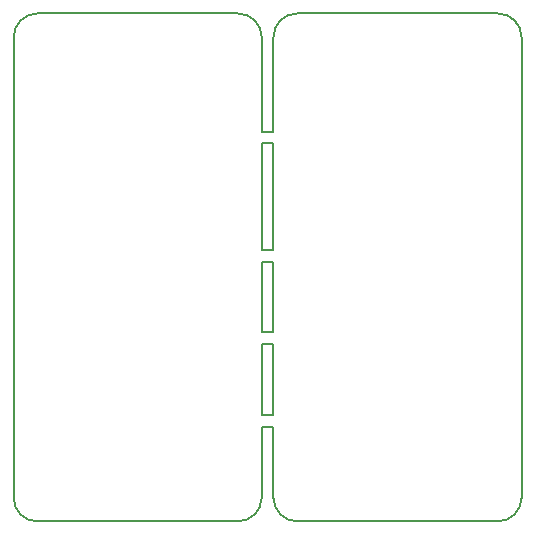
<source format=gbr>
G04 #@! TF.FileFunction,Profile,NP*
%FSLAX46Y46*%
G04 Gerber Fmt 4.6, Leading zero omitted, Abs format (unit mm)*
G04 Created by KiCad (PCBNEW 4.0.2-4+6225~38~ubuntu15.10.1-stable) date Sun 03 Apr 2016 18:07:33 BST*
%MOMM*%
G01*
G04 APERTURE LIST*
%ADD10C,0.150000*%
G04 APERTURE END LIST*
D10*
X76218000Y-86090000D02*
X75218000Y-86090000D01*
X76218000Y-77090000D02*
X76218000Y-86090000D01*
X75218000Y-77090000D02*
X76218000Y-77090000D01*
X75218000Y-86090000D02*
X75218000Y-77090000D01*
X75218000Y-87090000D02*
X75218000Y-93090000D01*
X76218000Y-87090000D02*
X75218000Y-87090000D01*
X76218000Y-93090000D02*
X76218000Y-87090000D01*
X75218000Y-93090000D02*
X76218000Y-93090000D01*
X76218000Y-100090000D02*
X75218000Y-100090000D01*
X76218000Y-94090000D02*
X76218000Y-100090000D01*
X75218000Y-94090000D02*
X76218000Y-94090000D01*
X75218000Y-100090000D02*
X75218000Y-94090000D01*
X76218000Y-101090000D02*
X76218000Y-107090000D01*
X75218000Y-101090000D02*
X76218000Y-101090000D01*
X75218000Y-107090000D02*
X75218000Y-101090000D01*
X76218000Y-76090000D02*
X76218000Y-68090000D01*
X75218000Y-76090000D02*
X76218000Y-76090000D01*
X75218000Y-68090000D02*
X75218000Y-76090000D01*
X78218000Y-109090000D02*
X95218000Y-109090000D01*
X56218000Y-109090000D02*
X73218000Y-109090000D01*
X54218000Y-68090000D02*
X54218000Y-107090000D01*
X54218000Y-107090000D02*
G75*
G03X56218000Y-109090000I2000000J0D01*
G01*
X73218000Y-109090000D02*
G75*
G03X75218000Y-107090000I0J2000000D01*
G01*
X76218000Y-107090000D02*
G75*
G03X78218000Y-109090000I2000000J0D01*
G01*
X78218000Y-66090000D02*
G75*
G03X76218000Y-68090000I0J-2000000D01*
G01*
X75218000Y-68090000D02*
G75*
G03X73218000Y-66090000I-2000000J0D01*
G01*
X73218000Y-66090000D02*
X56218000Y-66090000D01*
X56218000Y-66090000D02*
G75*
G03X54218000Y-68090000I0J-2000000D01*
G01*
X95218000Y-66090000D02*
X78218000Y-66090000D01*
X97218000Y-107090000D02*
X97218000Y-68090000D01*
X95218000Y-109090000D02*
G75*
G03X97218000Y-107090000I0J2000000D01*
G01*
X97218000Y-68090000D02*
G75*
G03X95218000Y-66090000I-2000000J0D01*
G01*
M02*

</source>
